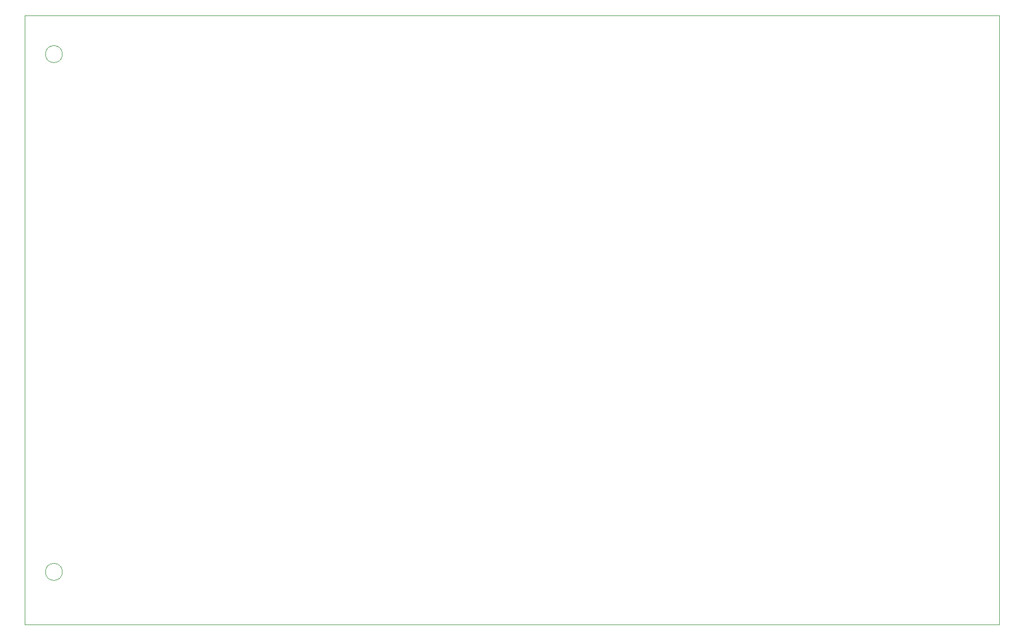
<source format=gbr>
%TF.GenerationSoftware,KiCad,Pcbnew,9.0.6*%
%TF.CreationDate,2026-02-07T23:24:05+01:00*%
%TF.ProjectId,EMUF_6504,454d5546-5f36-4353-9034-2e6b69636164,rev?*%
%TF.SameCoordinates,Original*%
%TF.FileFunction,Profile,NP*%
%FSLAX46Y46*%
G04 Gerber Fmt 4.6, Leading zero omitted, Abs format (unit mm)*
G04 Created by KiCad (PCBNEW 9.0.6) date 2026-02-07 23:24:05*
%MOMM*%
%LPD*%
G01*
G04 APERTURE LIST*
%TA.AperFunction,Profile*%
%ADD10C,0.050000*%
%TD*%
G04 APERTURE END LIST*
D10*
X38400000Y-40000000D02*
X198400000Y-40000000D01*
X198400000Y-140000000D01*
X38400000Y-140000000D01*
X38400000Y-40000000D01*
%TO.C,J1*%
X44620000Y-46340000D02*
G75*
G02*
X41820000Y-46340000I-1400000J0D01*
G01*
X41820000Y-46340000D02*
G75*
G02*
X44620000Y-46340000I1400000J0D01*
G01*
X44620000Y-131340000D02*
G75*
G02*
X41820000Y-131340000I-1400000J0D01*
G01*
X41820000Y-131340000D02*
G75*
G02*
X44620000Y-131340000I1400000J0D01*
G01*
%TD*%
M02*

</source>
